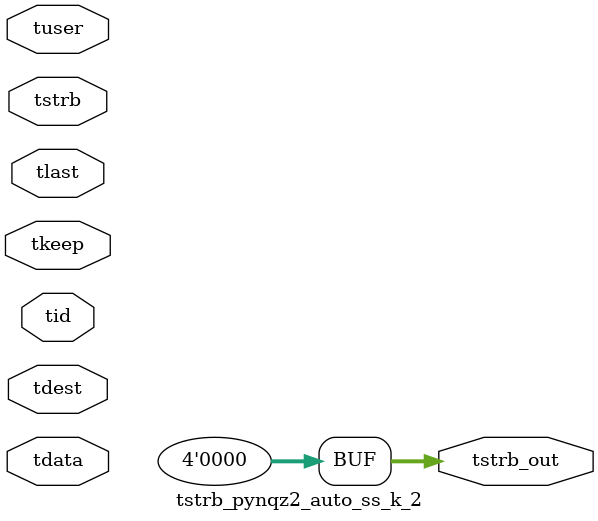
<source format=v>


`timescale 1ps/1ps

module tstrb_pynqz2_auto_ss_k_2 #
(
parameter C_S_AXIS_TDATA_WIDTH = 32,
parameter C_S_AXIS_TUSER_WIDTH = 0,
parameter C_S_AXIS_TID_WIDTH   = 0,
parameter C_S_AXIS_TDEST_WIDTH = 0,
parameter C_M_AXIS_TDATA_WIDTH = 32
)
(
input  [(C_S_AXIS_TDATA_WIDTH == 0 ? 1 : C_S_AXIS_TDATA_WIDTH)-1:0     ] tdata,
input  [(C_S_AXIS_TUSER_WIDTH == 0 ? 1 : C_S_AXIS_TUSER_WIDTH)-1:0     ] tuser,
input  [(C_S_AXIS_TID_WIDTH   == 0 ? 1 : C_S_AXIS_TID_WIDTH)-1:0       ] tid,
input  [(C_S_AXIS_TDEST_WIDTH == 0 ? 1 : C_S_AXIS_TDEST_WIDTH)-1:0     ] tdest,
input  [(C_S_AXIS_TDATA_WIDTH/8)-1:0 ] tkeep,
input  [(C_S_AXIS_TDATA_WIDTH/8)-1:0 ] tstrb,
input                                                                    tlast,
output [(C_M_AXIS_TDATA_WIDTH/8)-1:0 ] tstrb_out
);

assign tstrb_out = {1'b0};

endmodule


</source>
